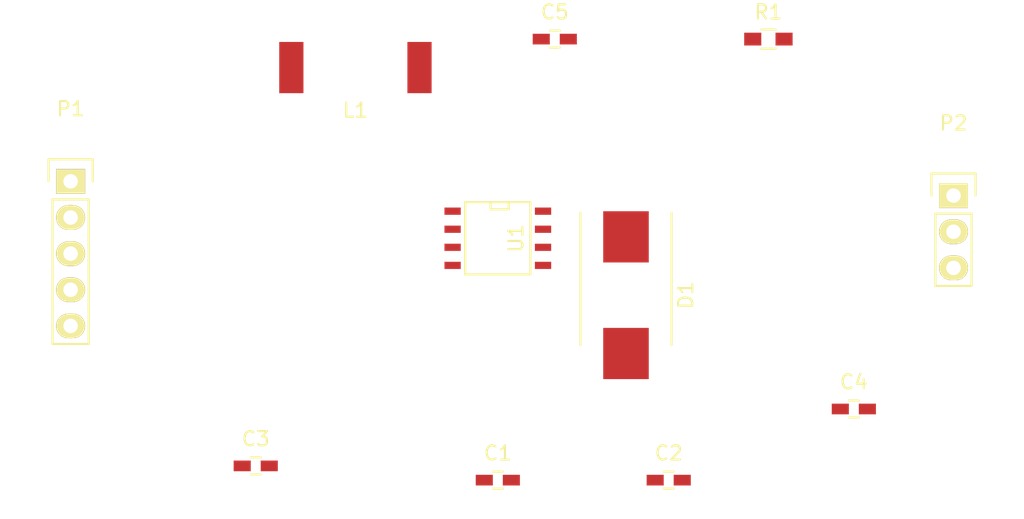
<source format=kicad_pcb>
(kicad_pcb (version 4) (host pcbnew 4.0.2+dfsg1-stable)

  (general
    (links 24)
    (no_connects 24)
    (area 0 0 0 0)
    (thickness 1.6)
    (drawings 0)
    (tracks 0)
    (zones 0)
    (modules 11)
    (nets 9)
  )

  (page A4)
  (layers
    (0 F.Cu signal)
    (31 B.Cu signal)
    (32 B.Adhes user)
    (33 F.Adhes user)
    (34 B.Paste user)
    (35 F.Paste user)
    (36 B.SilkS user)
    (37 F.SilkS user)
    (38 B.Mask user)
    (39 F.Mask user)
    (40 Dwgs.User user)
    (41 Cmts.User user)
    (42 Eco1.User user)
    (43 Eco2.User user)
    (44 Edge.Cuts user)
    (45 Margin user)
    (46 B.CrtYd user)
    (47 F.CrtYd user)
    (48 B.Fab user)
    (49 F.Fab user)
  )

  (setup
    (last_trace_width 0.25)
    (trace_clearance 0.2)
    (zone_clearance 0.508)
    (zone_45_only no)
    (trace_min 0.2)
    (segment_width 0.2)
    (edge_width 0.15)
    (via_size 0.6)
    (via_drill 0.4)
    (via_min_size 0.4)
    (via_min_drill 0.3)
    (uvia_size 0.3)
    (uvia_drill 0.1)
    (uvias_allowed no)
    (uvia_min_size 0.2)
    (uvia_min_drill 0.1)
    (pcb_text_width 0.3)
    (pcb_text_size 1.5 1.5)
    (mod_edge_width 0.15)
    (mod_text_size 1 1)
    (mod_text_width 0.15)
    (pad_size 1.524 1.524)
    (pad_drill 0.762)
    (pad_to_mask_clearance 0.2)
    (aux_axis_origin 0 0)
    (visible_elements FFFFFF7F)
    (pcbplotparams
      (layerselection 0x00030_80000001)
      (usegerberextensions false)
      (excludeedgelayer true)
      (linewidth 0.100000)
      (plotframeref false)
      (viasonmask false)
      (mode 1)
      (useauxorigin false)
      (hpglpennumber 1)
      (hpglpenspeed 20)
      (hpglpendiameter 15)
      (hpglpenoverlay 2)
      (psnegative false)
      (psa4output false)
      (plotreference true)
      (plotvalue true)
      (plotinvisibletext false)
      (padsonsilk false)
      (subtractmaskfromsilk false)
      (outputformat 1)
      (mirror false)
      (drillshape 1)
      (scaleselection 1)
      (outputdirectory ""))
  )

  (net 0 "")
  (net 1 /Gnd)
  (net 2 /Vin)
  (net 3 "Net-(C3-Pad1)")
  (net 4 "Net-(C3-Pad2)")
  (net 5 /Vout)
  (net 6 "Net-(P2-Pad2)")
  (net 7 "Net-(R1-Pad2)")
  (net 8 "Net-(U1-Pad6)")

  (net_class Default "This is the default net class."
    (clearance 0.2)
    (trace_width 0.25)
    (via_dia 0.6)
    (via_drill 0.4)
    (uvia_dia 0.3)
    (uvia_drill 0.1)
    (add_net /Gnd)
    (add_net /Vin)
    (add_net /Vout)
    (add_net "Net-(C3-Pad1)")
    (add_net "Net-(C3-Pad2)")
    (add_net "Net-(P2-Pad2)")
    (add_net "Net-(R1-Pad2)")
    (add_net "Net-(U1-Pad6)")
  )

  (module Capacitors_SMD:C_0603_HandSoldering (layer F.Cu) (tedit 541A9B4D) (tstamp 59F0F6CE)
    (at 148 124)
    (descr "Capacitor SMD 0603, hand soldering")
    (tags "capacitor 0603")
    (path /59F0E819)
    (attr smd)
    (fp_text reference C1 (at 0 -1.9) (layer F.SilkS)
      (effects (font (size 1 1) (thickness 0.15)))
    )
    (fp_text value 10uF (at 0 1.9) (layer F.Fab)
      (effects (font (size 1 1) (thickness 0.15)))
    )
    (fp_line (start -1.85 -0.75) (end 1.85 -0.75) (layer F.CrtYd) (width 0.05))
    (fp_line (start -1.85 0.75) (end 1.85 0.75) (layer F.CrtYd) (width 0.05))
    (fp_line (start -1.85 -0.75) (end -1.85 0.75) (layer F.CrtYd) (width 0.05))
    (fp_line (start 1.85 -0.75) (end 1.85 0.75) (layer F.CrtYd) (width 0.05))
    (fp_line (start -0.35 -0.6) (end 0.35 -0.6) (layer F.SilkS) (width 0.15))
    (fp_line (start 0.35 0.6) (end -0.35 0.6) (layer F.SilkS) (width 0.15))
    (pad 1 smd rect (at -0.95 0) (size 1.2 0.75) (layers F.Cu F.Paste F.Mask)
      (net 1 /Gnd))
    (pad 2 smd rect (at 0.95 0) (size 1.2 0.75) (layers F.Cu F.Paste F.Mask)
      (net 2 /Vin))
    (model Capacitors_SMD.3dshapes/C_0603_HandSoldering.wrl
      (at (xyz 0 0 0))
      (scale (xyz 1 1 1))
      (rotate (xyz 0 0 0))
    )
  )

  (module Capacitors_SMD:C_0603_HandSoldering (layer F.Cu) (tedit 541A9B4D) (tstamp 59F0F6D4)
    (at 160 124)
    (descr "Capacitor SMD 0603, hand soldering")
    (tags "capacitor 0603")
    (path /59F0DDA1)
    (attr smd)
    (fp_text reference C2 (at 0 -1.9) (layer F.SilkS)
      (effects (font (size 1 1) (thickness 0.15)))
    )
    (fp_text value 10uF (at 0 1.9) (layer F.Fab)
      (effects (font (size 1 1) (thickness 0.15)))
    )
    (fp_line (start -1.85 -0.75) (end 1.85 -0.75) (layer F.CrtYd) (width 0.05))
    (fp_line (start -1.85 0.75) (end 1.85 0.75) (layer F.CrtYd) (width 0.05))
    (fp_line (start -1.85 -0.75) (end -1.85 0.75) (layer F.CrtYd) (width 0.05))
    (fp_line (start 1.85 -0.75) (end 1.85 0.75) (layer F.CrtYd) (width 0.05))
    (fp_line (start -0.35 -0.6) (end 0.35 -0.6) (layer F.SilkS) (width 0.15))
    (fp_line (start 0.35 0.6) (end -0.35 0.6) (layer F.SilkS) (width 0.15))
    (pad 1 smd rect (at -0.95 0) (size 1.2 0.75) (layers F.Cu F.Paste F.Mask)
      (net 1 /Gnd))
    (pad 2 smd rect (at 0.95 0) (size 1.2 0.75) (layers F.Cu F.Paste F.Mask)
      (net 2 /Vin))
    (model Capacitors_SMD.3dshapes/C_0603_HandSoldering.wrl
      (at (xyz 0 0 0))
      (scale (xyz 1 1 1))
      (rotate (xyz 0 0 0))
    )
  )

  (module Capacitors_SMD:C_0603_HandSoldering (layer F.Cu) (tedit 541A9B4D) (tstamp 59F0F6DA)
    (at 131 123)
    (descr "Capacitor SMD 0603, hand soldering")
    (tags "capacitor 0603")
    (path /59F0DF1E)
    (attr smd)
    (fp_text reference C3 (at 0 -1.9) (layer F.SilkS)
      (effects (font (size 1 1) (thickness 0.15)))
    )
    (fp_text value 0.1uF (at 0 1.9) (layer F.Fab)
      (effects (font (size 1 1) (thickness 0.15)))
    )
    (fp_line (start -1.85 -0.75) (end 1.85 -0.75) (layer F.CrtYd) (width 0.05))
    (fp_line (start -1.85 0.75) (end 1.85 0.75) (layer F.CrtYd) (width 0.05))
    (fp_line (start -1.85 -0.75) (end -1.85 0.75) (layer F.CrtYd) (width 0.05))
    (fp_line (start 1.85 -0.75) (end 1.85 0.75) (layer F.CrtYd) (width 0.05))
    (fp_line (start -0.35 -0.6) (end 0.35 -0.6) (layer F.SilkS) (width 0.15))
    (fp_line (start 0.35 0.6) (end -0.35 0.6) (layer F.SilkS) (width 0.15))
    (pad 1 smd rect (at -0.95 0) (size 1.2 0.75) (layers F.Cu F.Paste F.Mask)
      (net 3 "Net-(C3-Pad1)"))
    (pad 2 smd rect (at 0.95 0) (size 1.2 0.75) (layers F.Cu F.Paste F.Mask)
      (net 4 "Net-(C3-Pad2)"))
    (model Capacitors_SMD.3dshapes/C_0603_HandSoldering.wrl
      (at (xyz 0 0 0))
      (scale (xyz 1 1 1))
      (rotate (xyz 0 0 0))
    )
  )

  (module Capacitors_SMD:C_0603_HandSoldering (layer F.Cu) (tedit 541A9B4D) (tstamp 59F0F6E0)
    (at 173 119)
    (descr "Capacitor SMD 0603, hand soldering")
    (tags "capacitor 0603")
    (path /59F0DE2E)
    (attr smd)
    (fp_text reference C4 (at 0 -1.9) (layer F.SilkS)
      (effects (font (size 1 1) (thickness 0.15)))
    )
    (fp_text value 47uF (at 0 1.9) (layer F.Fab)
      (effects (font (size 1 1) (thickness 0.15)))
    )
    (fp_line (start -1.85 -0.75) (end 1.85 -0.75) (layer F.CrtYd) (width 0.05))
    (fp_line (start -1.85 0.75) (end 1.85 0.75) (layer F.CrtYd) (width 0.05))
    (fp_line (start -1.85 -0.75) (end -1.85 0.75) (layer F.CrtYd) (width 0.05))
    (fp_line (start 1.85 -0.75) (end 1.85 0.75) (layer F.CrtYd) (width 0.05))
    (fp_line (start -0.35 -0.6) (end 0.35 -0.6) (layer F.SilkS) (width 0.15))
    (fp_line (start 0.35 0.6) (end -0.35 0.6) (layer F.SilkS) (width 0.15))
    (pad 1 smd rect (at -0.95 0) (size 1.2 0.75) (layers F.Cu F.Paste F.Mask)
      (net 5 /Vout))
    (pad 2 smd rect (at 0.95 0) (size 1.2 0.75) (layers F.Cu F.Paste F.Mask)
      (net 1 /Gnd))
    (model Capacitors_SMD.3dshapes/C_0603_HandSoldering.wrl
      (at (xyz 0 0 0))
      (scale (xyz 1 1 1))
      (rotate (xyz 0 0 0))
    )
  )

  (module Capacitors_SMD:C_0603_HandSoldering (layer F.Cu) (tedit 541A9B4D) (tstamp 59F0F6E6)
    (at 152 93)
    (descr "Capacitor SMD 0603, hand soldering")
    (tags "capacitor 0603")
    (path /59F0E60C)
    (attr smd)
    (fp_text reference C5 (at 0 -1.9) (layer F.SilkS)
      (effects (font (size 1 1) (thickness 0.15)))
    )
    (fp_text value C_Small (at 0 1.9) (layer F.Fab)
      (effects (font (size 1 1) (thickness 0.15)))
    )
    (fp_line (start -1.85 -0.75) (end 1.85 -0.75) (layer F.CrtYd) (width 0.05))
    (fp_line (start -1.85 0.75) (end 1.85 0.75) (layer F.CrtYd) (width 0.05))
    (fp_line (start -1.85 -0.75) (end -1.85 0.75) (layer F.CrtYd) (width 0.05))
    (fp_line (start 1.85 -0.75) (end 1.85 0.75) (layer F.CrtYd) (width 0.05))
    (fp_line (start -0.35 -0.6) (end 0.35 -0.6) (layer F.SilkS) (width 0.15))
    (fp_line (start 0.35 0.6) (end -0.35 0.6) (layer F.SilkS) (width 0.15))
    (pad 1 smd rect (at -0.95 0) (size 1.2 0.75) (layers F.Cu F.Paste F.Mask)
      (net 5 /Vout))
    (pad 2 smd rect (at 0.95 0) (size 1.2 0.75) (layers F.Cu F.Paste F.Mask)
      (net 1 /Gnd))
    (model Capacitors_SMD.3dshapes/C_0603_HandSoldering.wrl
      (at (xyz 0 0 0))
      (scale (xyz 1 1 1))
      (rotate (xyz 0 0 0))
    )
  )

  (module Diodes_SMD:DO-214AB_Handsoldering (layer F.Cu) (tedit 55429DAE) (tstamp 59F0F6EC)
    (at 157 111 270)
    (descr "Jedec DO-214AB diode package. Designed according to Fairchild SS32 datasheet.")
    (tags "DO-214AB diode Handsoldering")
    (path /59F0DF9A)
    (attr smd)
    (fp_text reference D1 (at 0 -4.2 270) (layer F.SilkS)
      (effects (font (size 1 1) (thickness 0.15)))
    )
    (fp_text value SSB43L (at 0 4.6 270) (layer F.Fab)
      (effects (font (size 1 1) (thickness 0.15)))
    )
    (fp_line (start -6.15 -3.45) (end 6.15 -3.45) (layer F.CrtYd) (width 0.05))
    (fp_line (start 6.15 -3.45) (end 6.15 3.45) (layer F.CrtYd) (width 0.05))
    (fp_line (start 6.15 3.45) (end -6.15 3.45) (layer F.CrtYd) (width 0.05))
    (fp_line (start -6.15 3.45) (end -6.15 -3.45) (layer F.CrtYd) (width 0.05))
    (fp_line (start 3.5 3.2) (end -5.8 3.2) (layer F.SilkS) (width 0.15))
    (fp_line (start -5.8 -3.2) (end 3.5 -3.2) (layer F.SilkS) (width 0.15))
    (pad 2 smd rect (at 4.1 0 270) (size 3.6 3.2) (layers F.Cu F.Paste F.Mask)
      (net 1 /Gnd))
    (pad 1 smd rect (at -4.1 0 270) (size 3.6 3.2) (layers F.Cu F.Paste F.Mask)
      (net 4 "Net-(C3-Pad2)"))
    (model Diodes_SMD.3dshapes/DO-214AB_Handsoldering.wrl
      (at (xyz 0 0 0))
      (scale (xyz 0.39 0.39 0.39))
      (rotate (xyz 0 0 180))
    )
  )

  (module electronicSoup:VLF10040_Inductor (layer F.Cu) (tedit 59F0EB9A) (tstamp 59F0F6F2)
    (at 138 95)
    (path /59F0E044)
    (fp_text reference L1 (at 0 3) (layer F.SilkS)
      (effects (font (size 1 1) (thickness 0.15)))
    )
    (fp_text value VLF10040T-4R7N5R4 (at 0 -3) (layer F.Fab)
      (effects (font (size 1 1) (thickness 0.15)))
    )
    (pad 1 smd rect (at 4.5 0) (size 1.7 3.6) (layers F.Cu F.Paste F.Mask)
      (net 4 "Net-(C3-Pad2)"))
    (pad 2 smd rect (at -4.5 0) (size 1.7 3.6) (layers F.Cu F.Paste F.Mask)
      (net 5 /Vout))
  )

  (module Pin_Headers:Pin_Header_Straight_1x05 (layer F.Cu) (tedit 54EA0684) (tstamp 59F0F6FB)
    (at 118 103)
    (descr "Through hole pin header")
    (tags "pin header")
    (path /59F0E19C)
    (fp_text reference P1 (at 0 -5.1) (layer F.SilkS)
      (effects (font (size 1 1) (thickness 0.15)))
    )
    (fp_text value CONN_01X05 (at 0 -3.1) (layer F.Fab)
      (effects (font (size 1 1) (thickness 0.15)))
    )
    (fp_line (start -1.55 0) (end -1.55 -1.55) (layer F.SilkS) (width 0.15))
    (fp_line (start -1.55 -1.55) (end 1.55 -1.55) (layer F.SilkS) (width 0.15))
    (fp_line (start 1.55 -1.55) (end 1.55 0) (layer F.SilkS) (width 0.15))
    (fp_line (start -1.75 -1.75) (end -1.75 11.95) (layer F.CrtYd) (width 0.05))
    (fp_line (start 1.75 -1.75) (end 1.75 11.95) (layer F.CrtYd) (width 0.05))
    (fp_line (start -1.75 -1.75) (end 1.75 -1.75) (layer F.CrtYd) (width 0.05))
    (fp_line (start -1.75 11.95) (end 1.75 11.95) (layer F.CrtYd) (width 0.05))
    (fp_line (start 1.27 1.27) (end 1.27 11.43) (layer F.SilkS) (width 0.15))
    (fp_line (start 1.27 11.43) (end -1.27 11.43) (layer F.SilkS) (width 0.15))
    (fp_line (start -1.27 11.43) (end -1.27 1.27) (layer F.SilkS) (width 0.15))
    (fp_line (start 1.27 1.27) (end -1.27 1.27) (layer F.SilkS) (width 0.15))
    (pad 1 thru_hole rect (at 0 0) (size 2.032 1.7272) (drill 1.016) (layers *.Cu *.Mask F.SilkS)
      (net 1 /Gnd))
    (pad 2 thru_hole oval (at 0 2.54) (size 2.032 1.7272) (drill 1.016) (layers *.Cu *.Mask F.SilkS)
      (net 1 /Gnd))
    (pad 3 thru_hole oval (at 0 5.08) (size 2.032 1.7272) (drill 1.016) (layers *.Cu *.Mask F.SilkS)
      (net 2 /Vin))
    (pad 4 thru_hole oval (at 0 7.62) (size 2.032 1.7272) (drill 1.016) (layers *.Cu *.Mask F.SilkS)
      (net 1 /Gnd))
    (pad 5 thru_hole oval (at 0 10.16) (size 2.032 1.7272) (drill 1.016) (layers *.Cu *.Mask F.SilkS)
      (net 1 /Gnd))
    (model Pin_Headers.3dshapes/Pin_Header_Straight_1x05.wrl
      (at (xyz 0 -0.2 0))
      (scale (xyz 1 1 1))
      (rotate (xyz 0 0 90))
    )
  )

  (module Pin_Headers:Pin_Header_Straight_1x03 (layer F.Cu) (tedit 0) (tstamp 59F0F702)
    (at 180 104)
    (descr "Through hole pin header")
    (tags "pin header")
    (path /59F0E2CF)
    (fp_text reference P2 (at 0 -5.1) (layer F.SilkS)
      (effects (font (size 1 1) (thickness 0.15)))
    )
    (fp_text value CONN_01X03 (at 0 -3.1) (layer F.Fab)
      (effects (font (size 1 1) (thickness 0.15)))
    )
    (fp_line (start -1.75 -1.75) (end -1.75 6.85) (layer F.CrtYd) (width 0.05))
    (fp_line (start 1.75 -1.75) (end 1.75 6.85) (layer F.CrtYd) (width 0.05))
    (fp_line (start -1.75 -1.75) (end 1.75 -1.75) (layer F.CrtYd) (width 0.05))
    (fp_line (start -1.75 6.85) (end 1.75 6.85) (layer F.CrtYd) (width 0.05))
    (fp_line (start -1.27 1.27) (end -1.27 6.35) (layer F.SilkS) (width 0.15))
    (fp_line (start -1.27 6.35) (end 1.27 6.35) (layer F.SilkS) (width 0.15))
    (fp_line (start 1.27 6.35) (end 1.27 1.27) (layer F.SilkS) (width 0.15))
    (fp_line (start 1.55 -1.55) (end 1.55 0) (layer F.SilkS) (width 0.15))
    (fp_line (start 1.27 1.27) (end -1.27 1.27) (layer F.SilkS) (width 0.15))
    (fp_line (start -1.55 0) (end -1.55 -1.55) (layer F.SilkS) (width 0.15))
    (fp_line (start -1.55 -1.55) (end 1.55 -1.55) (layer F.SilkS) (width 0.15))
    (pad 1 thru_hole rect (at 0 0) (size 2.032 1.7272) (drill 1.016) (layers *.Cu *.Mask F.SilkS)
      (net 5 /Vout))
    (pad 2 thru_hole oval (at 0 2.54) (size 2.032 1.7272) (drill 1.016) (layers *.Cu *.Mask F.SilkS)
      (net 6 "Net-(P2-Pad2)"))
    (pad 3 thru_hole oval (at 0 5.08) (size 2.032 1.7272) (drill 1.016) (layers *.Cu *.Mask F.SilkS)
      (net 1 /Gnd))
    (model Pin_Headers.3dshapes/Pin_Header_Straight_1x03.wrl
      (at (xyz 0 -0.1 0))
      (scale (xyz 1 1 1))
      (rotate (xyz 0 0 90))
    )
  )

  (module Resistors_SMD:R_0603_HandSoldering (layer F.Cu) (tedit 5418A00F) (tstamp 59F0F708)
    (at 167 93)
    (descr "Resistor SMD 0603, hand soldering")
    (tags "resistor 0603")
    (path /59F0E3EF)
    (attr smd)
    (fp_text reference R1 (at 0 -1.9) (layer F.SilkS)
      (effects (font (size 1 1) (thickness 0.15)))
    )
    (fp_text value 100k (at 0 1.9) (layer F.Fab)
      (effects (font (size 1 1) (thickness 0.15)))
    )
    (fp_line (start -2 -0.8) (end 2 -0.8) (layer F.CrtYd) (width 0.05))
    (fp_line (start -2 0.8) (end 2 0.8) (layer F.CrtYd) (width 0.05))
    (fp_line (start -2 -0.8) (end -2 0.8) (layer F.CrtYd) (width 0.05))
    (fp_line (start 2 -0.8) (end 2 0.8) (layer F.CrtYd) (width 0.05))
    (fp_line (start 0.5 0.675) (end -0.5 0.675) (layer F.SilkS) (width 0.15))
    (fp_line (start -0.5 -0.675) (end 0.5 -0.675) (layer F.SilkS) (width 0.15))
    (pad 1 smd rect (at -1.1 0) (size 1.2 0.9) (layers F.Cu F.Paste F.Mask)
      (net 2 /Vin))
    (pad 2 smd rect (at 1.1 0) (size 1.2 0.9) (layers F.Cu F.Paste F.Mask)
      (net 7 "Net-(R1-Pad2)"))
    (model Resistors_SMD.3dshapes/R_0603_HandSoldering.wrl
      (at (xyz 0 0 0))
      (scale (xyz 1 1 1))
      (rotate (xyz 0 0 0))
    )
  )

  (module SMD_Packages:SOIC-8-N (layer F.Cu) (tedit 0) (tstamp 59F0F714)
    (at 148 107 270)
    (descr "Module Narrow CMS SOJ 8 pins large")
    (tags "CMS SOJ")
    (path /59F0DD7C)
    (attr smd)
    (fp_text reference U1 (at 0 -1.27 270) (layer F.SilkS)
      (effects (font (size 1 1) (thickness 0.15)))
    )
    (fp_text value ADP2303ARDZ (at 0 1.27 270) (layer F.Fab)
      (effects (font (size 1 1) (thickness 0.15)))
    )
    (fp_line (start -2.54 -2.286) (end 2.54 -2.286) (layer F.SilkS) (width 0.15))
    (fp_line (start 2.54 -2.286) (end 2.54 2.286) (layer F.SilkS) (width 0.15))
    (fp_line (start 2.54 2.286) (end -2.54 2.286) (layer F.SilkS) (width 0.15))
    (fp_line (start -2.54 2.286) (end -2.54 -2.286) (layer F.SilkS) (width 0.15))
    (fp_line (start -2.54 -0.762) (end -2.032 -0.762) (layer F.SilkS) (width 0.15))
    (fp_line (start -2.032 -0.762) (end -2.032 0.508) (layer F.SilkS) (width 0.15))
    (fp_line (start -2.032 0.508) (end -2.54 0.508) (layer F.SilkS) (width 0.15))
    (pad 8 smd rect (at -1.905 -3.175 270) (size 0.508 1.143) (layers F.Cu F.Paste F.Mask)
      (net 4 "Net-(C3-Pad2)"))
    (pad 7 smd rect (at -0.635 -3.175 270) (size 0.508 1.143) (layers F.Cu F.Paste F.Mask)
      (net 1 /Gnd))
    (pad 6 smd rect (at 0.635 -3.175 270) (size 0.508 1.143) (layers F.Cu F.Paste F.Mask)
      (net 8 "Net-(U1-Pad6)"))
    (pad 5 smd rect (at 1.905 -3.175 270) (size 0.508 1.143) (layers F.Cu F.Paste F.Mask)
      (net 5 /Vout))
    (pad 4 smd rect (at 1.905 3.175 270) (size 0.508 1.143) (layers F.Cu F.Paste F.Mask)
      (net 7 "Net-(R1-Pad2)"))
    (pad 3 smd rect (at 0.635 3.175 270) (size 0.508 1.143) (layers F.Cu F.Paste F.Mask)
      (net 2 /Vin))
    (pad 2 smd rect (at -0.635 3.175 270) (size 0.508 1.143) (layers F.Cu F.Paste F.Mask)
      (net 2 /Vin))
    (pad 1 smd rect (at -1.905 3.175 270) (size 0.508 1.143) (layers F.Cu F.Paste F.Mask)
      (net 3 "Net-(C3-Pad1)"))
    (model SMD_Packages.3dshapes/SOIC-8-N.wrl
      (at (xyz 0 0 0))
      (scale (xyz 0.5 0.38 0.5))
      (rotate (xyz 0 0 0))
    )
  )

)

</source>
